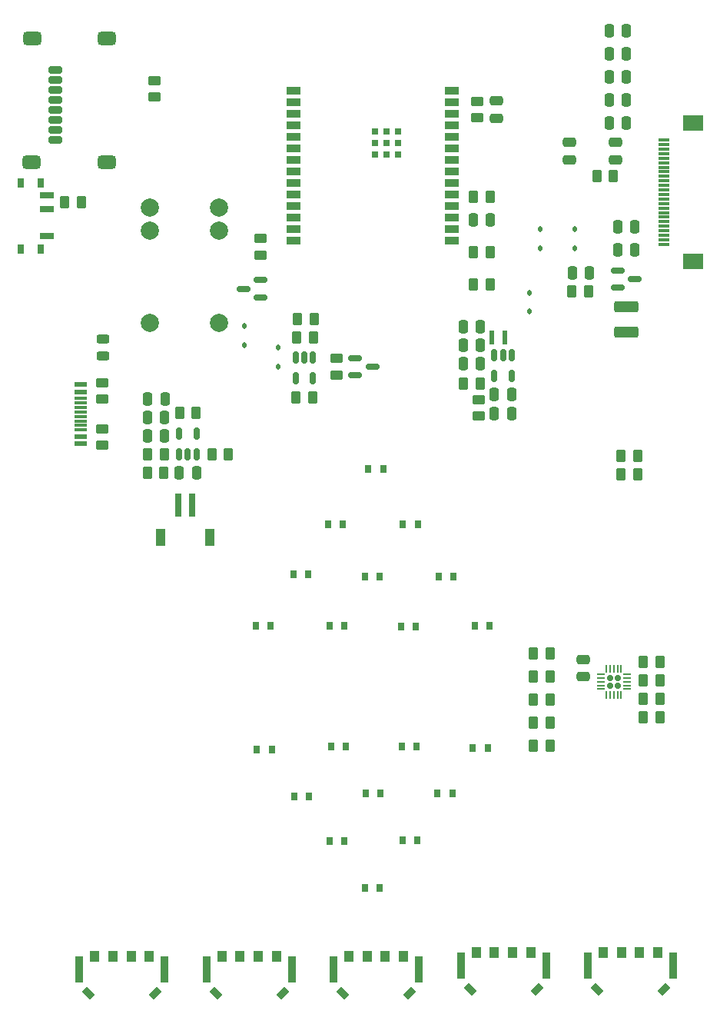
<source format=gbr>
%TF.GenerationSoftware,KiCad,Pcbnew,7.99.0-3134-gf47cc39208*%
%TF.CreationDate,2023-10-18T21:54:17+01:00*%
%TF.ProjectId,hh2024,68683230-3234-42e6-9b69-6361645f7063,rev?*%
%TF.SameCoordinates,Original*%
%TF.FileFunction,Paste,Bot*%
%TF.FilePolarity,Positive*%
%FSLAX46Y46*%
G04 Gerber Fmt 4.6, Leading zero omitted, Abs format (unit mm)*
G04 Created by KiCad (PCBNEW 7.99.0-3134-gf47cc39208) date 2023-10-18 21:54:17*
%MOMM*%
%LPD*%
G01*
G04 APERTURE LIST*
G04 Aperture macros list*
%AMRoundRect*
0 Rectangle with rounded corners*
0 $1 Rounding radius*
0 $2 $3 $4 $5 $6 $7 $8 $9 X,Y pos of 4 corners*
0 Add a 4 corners polygon primitive as box body*
4,1,4,$2,$3,$4,$5,$6,$7,$8,$9,$2,$3,0*
0 Add four circle primitives for the rounded corners*
1,1,$1+$1,$2,$3*
1,1,$1+$1,$4,$5*
1,1,$1+$1,$6,$7*
1,1,$1+$1,$8,$9*
0 Add four rect primitives between the rounded corners*
20,1,$1+$1,$2,$3,$4,$5,0*
20,1,$1+$1,$4,$5,$6,$7,0*
20,1,$1+$1,$6,$7,$8,$9,0*
20,1,$1+$1,$8,$9,$2,$3,0*%
%AMRotRect*
0 Rectangle, with rotation*
0 The origin of the aperture is its center*
0 $1 length*
0 $2 width*
0 $3 Rotation angle, in degrees counterclockwise*
0 Add horizontal line*
21,1,$1,$2,0,0,$3*%
G04 Aperture macros list end*
%ADD10R,0.900000X3.000000*%
%ADD11RotRect,1.200000X0.800000X315.000000*%
%ADD12RotRect,1.200000X0.800000X45.000000*%
%ADD13R,1.000000X1.300000*%
%ADD14C,2.000000*%
%ADD15R,0.770000X0.950000*%
%ADD16RoundRect,0.250000X0.262500X0.450000X-0.262500X0.450000X-0.262500X-0.450000X0.262500X-0.450000X0*%
%ADD17RoundRect,0.112500X0.112500X-0.187500X0.112500X0.187500X-0.112500X0.187500X-0.112500X-0.187500X0*%
%ADD18RoundRect,0.250000X-0.262500X-0.450000X0.262500X-0.450000X0.262500X0.450000X-0.262500X0.450000X0*%
%ADD19RoundRect,0.250000X-0.250000X-0.475000X0.250000X-0.475000X0.250000X0.475000X-0.250000X0.475000X0*%
%ADD20R,1.500000X0.900000*%
%ADD21R,0.800000X0.800000*%
%ADD22RoundRect,0.150000X-0.587500X-0.150000X0.587500X-0.150000X0.587500X0.150000X-0.587500X0.150000X0*%
%ADD23RoundRect,0.150000X0.587500X0.150000X-0.587500X0.150000X-0.587500X-0.150000X0.587500X-0.150000X0*%
%ADD24R,0.700000X2.500000*%
%ADD25R,1.100000X1.900000*%
%ADD26RoundRect,0.250000X0.450000X-0.262500X0.450000X0.262500X-0.450000X0.262500X-0.450000X-0.262500X0*%
%ADD27RoundRect,0.250000X0.250000X0.475000X-0.250000X0.475000X-0.250000X-0.475000X0.250000X-0.475000X0*%
%ADD28RoundRect,0.150000X-0.150000X0.512500X-0.150000X-0.512500X0.150000X-0.512500X0.150000X0.512500X0*%
%ADD29RoundRect,0.250000X-0.450000X0.262500X-0.450000X-0.262500X0.450000X-0.262500X0.450000X0.262500X0*%
%ADD30RoundRect,0.112500X-0.112500X0.187500X-0.112500X-0.187500X0.112500X-0.187500X0.112500X0.187500X0*%
%ADD31R,1.450000X0.600000*%
%ADD32R,1.450000X0.300000*%
%ADD33RoundRect,0.137500X-0.137500X-0.662500X0.137500X-0.662500X0.137500X0.662500X-0.137500X0.662500X0*%
%ADD34R,1.300000X0.300000*%
%ADD35R,2.200000X1.800000*%
%ADD36RoundRect,0.250000X0.475000X-0.250000X0.475000X0.250000X-0.475000X0.250000X-0.475000X-0.250000X0*%
%ADD37RoundRect,0.150000X0.150000X-0.512500X0.150000X0.512500X-0.150000X0.512500X-0.150000X-0.512500X0*%
%ADD38RoundRect,0.250000X1.075000X-0.375000X1.075000X0.375000X-1.075000X0.375000X-1.075000X-0.375000X0*%
%ADD39RoundRect,0.250000X-0.475000X0.250000X-0.475000X-0.250000X0.475000X-0.250000X0.475000X0.250000X0*%
%ADD40R,0.800000X1.000000*%
%ADD41R,1.500000X0.700000*%
%ADD42RoundRect,0.200000X-0.550000X0.200000X-0.550000X-0.200000X0.550000X-0.200000X0.550000X0.200000X0*%
%ADD43RoundRect,0.375000X-0.625000X0.375000X-0.625000X-0.375000X0.625000X-0.375000X0.625000X0.375000X0*%
%ADD44RoundRect,0.243750X-0.456250X0.243750X-0.456250X-0.243750X0.456250X-0.243750X0.456250X0.243750X0*%
%ADD45RoundRect,0.167500X0.167500X0.167500X-0.167500X0.167500X-0.167500X-0.167500X0.167500X-0.167500X0*%
%ADD46RoundRect,0.050000X0.375000X0.050000X-0.375000X0.050000X-0.375000X-0.050000X0.375000X-0.050000X0*%
%ADD47RoundRect,0.050000X0.050000X0.375000X-0.050000X0.375000X-0.050000X-0.375000X0.050000X-0.375000X0*%
G04 APERTURE END LIST*
D10*
%TO.C,SW5*%
X155445000Y-151160500D03*
D11*
X156465000Y-153770500D03*
D12*
X163825000Y-153770500D03*
D10*
X164845000Y-151160500D03*
D13*
X157145000Y-149710500D03*
X163145000Y-149710500D03*
X159145000Y-149710500D03*
X161145000Y-149710500D03*
%TD*%
D10*
%TO.C,SW4*%
X141445000Y-151160500D03*
D11*
X142465000Y-153770500D03*
D12*
X149825000Y-153770500D03*
D10*
X150845000Y-151160500D03*
D13*
X143145000Y-149710500D03*
X149145000Y-149710500D03*
X145145000Y-149710500D03*
X147145000Y-149710500D03*
%TD*%
D10*
%TO.C,SW3*%
X127433000Y-151594000D03*
D11*
X128453000Y-154204000D03*
D12*
X135813000Y-154204000D03*
D10*
X136833000Y-151594000D03*
D13*
X129133000Y-150144000D03*
X135133000Y-150144000D03*
X131133000Y-150144000D03*
X133133000Y-150144000D03*
%TD*%
D10*
%TO.C,SW2*%
X113433000Y-151594000D03*
D11*
X114453000Y-154204000D03*
D12*
X121813000Y-154204000D03*
D10*
X122833000Y-151594000D03*
D13*
X115133000Y-150144000D03*
X121133000Y-150144000D03*
X117133000Y-150144000D03*
X119133000Y-150144000D03*
%TD*%
D10*
%TO.C,SW1*%
X99433000Y-151594000D03*
D11*
X100453000Y-154204000D03*
D12*
X107813000Y-154204000D03*
D10*
X108833000Y-151594000D03*
D13*
X101133000Y-150144000D03*
X107133000Y-150144000D03*
X103133000Y-150144000D03*
X105133000Y-150144000D03*
%TD*%
D14*
%TO.C,K1*%
X107188000Y-80391000D03*
X107188000Y-70231000D03*
X107188000Y-67691000D03*
X114808000Y-67691000D03*
X114808000Y-70231000D03*
X114808000Y-80391000D03*
%TD*%
D15*
%TO.C,D8*%
X136705000Y-102583000D03*
X135075000Y-102583000D03*
%TD*%
D16*
%TO.C,R23*%
X151280500Y-124460000D03*
X149455500Y-124460000D03*
%TD*%
D17*
%TO.C,D2*%
X149037000Y-79155000D03*
X149037000Y-77055000D03*
%TD*%
D18*
%TO.C,R7*%
X142851500Y-66548000D03*
X144676500Y-66548000D03*
%TD*%
D15*
%TO.C,D12*%
X128450000Y-102584000D03*
X126820000Y-102584000D03*
%TD*%
D19*
%TO.C,C7*%
X106949200Y-88773000D03*
X108849200Y-88773000D03*
%TD*%
%TO.C,C21*%
X157800000Y-58420000D03*
X159700000Y-58420000D03*
%TD*%
%TO.C,C16*%
X157800000Y-55880000D03*
X159700000Y-55880000D03*
%TD*%
D18*
%TO.C,R18*%
X106910500Y-96901000D03*
X108735500Y-96901000D03*
%TD*%
D19*
%TO.C,C22*%
X157800000Y-53340000D03*
X159700000Y-53340000D03*
%TD*%
D15*
%TO.C,D22*%
X118985000Y-127405000D03*
X120615000Y-127405000D03*
%TD*%
D16*
%TO.C,R27*%
X151280500Y-121920000D03*
X149455500Y-121920000D03*
%TD*%
D18*
%TO.C,R15*%
X123449900Y-79965100D03*
X125274900Y-79965100D03*
%TD*%
%TO.C,R12*%
X141733900Y-87081400D03*
X143558900Y-87081400D03*
%TD*%
D16*
%TO.C,R25*%
X151280500Y-127000000D03*
X149455500Y-127000000D03*
%TD*%
D15*
%TO.C,D9*%
X120515000Y-113795000D03*
X118885000Y-113795000D03*
%TD*%
D20*
%TO.C,U1*%
X140505000Y-54857000D03*
X140505000Y-56127000D03*
X140505000Y-57397000D03*
X140505000Y-58667000D03*
X140505000Y-59937000D03*
X140505000Y-61207000D03*
X140505000Y-62477000D03*
X140505000Y-63747000D03*
X140505000Y-65017000D03*
X140505000Y-66287000D03*
X140505000Y-67557000D03*
X140505000Y-68827000D03*
X140505000Y-70097000D03*
X140505000Y-71367000D03*
X123005000Y-71367000D03*
X123005000Y-70097000D03*
X123005000Y-68827000D03*
X123005000Y-67557000D03*
X123005000Y-66287000D03*
X123005000Y-65017000D03*
X123005000Y-63747000D03*
X123005000Y-62477000D03*
X123005000Y-61207000D03*
X123005000Y-59937000D03*
X123005000Y-58667000D03*
X123005000Y-57397000D03*
X123005000Y-56127000D03*
X123005000Y-54857000D03*
D21*
X134510000Y-61827000D03*
X134510000Y-60577000D03*
X134510000Y-59327000D03*
X133260000Y-61827000D03*
X133260000Y-60577000D03*
X133260000Y-59327000D03*
X132010000Y-61827000D03*
X132010000Y-60577000D03*
X132010000Y-59327000D03*
%TD*%
D22*
%TO.C,Q1*%
X129828000Y-86147500D03*
X129828000Y-84247500D03*
X131703000Y-85197500D03*
%TD*%
D23*
%TO.C,Q3*%
X119380000Y-75692000D03*
X119380000Y-77592000D03*
X117505000Y-76642000D03*
%TD*%
D24*
%TO.C,J5*%
X111863000Y-100457000D03*
X110363000Y-100457000D03*
D25*
X113813000Y-104057000D03*
X108413000Y-104057000D03*
%TD*%
D26*
%TO.C,R8*%
X119380000Y-72945000D03*
X119380000Y-71120000D03*
%TD*%
D27*
%TO.C,C13*%
X108839000Y-92855750D03*
X106939000Y-92855750D03*
%TD*%
D18*
%TO.C,R20*%
X123399100Y-82022500D03*
X125224100Y-82022500D03*
%TD*%
D26*
%TO.C,R6*%
X143256000Y-57808500D03*
X143256000Y-55983500D03*
%TD*%
D27*
%TO.C,C5*%
X147048400Y-88267900D03*
X145148400Y-88267900D03*
%TD*%
D28*
%TO.C,U2*%
X145148400Y-83955400D03*
X146098400Y-83955400D03*
X147048400Y-83955400D03*
X147048400Y-86230400D03*
X145148400Y-86230400D03*
%TD*%
D27*
%TO.C,C10*%
X143596400Y-82890400D03*
X141696400Y-82890400D03*
%TD*%
D18*
%TO.C,R22*%
X156440500Y-64262000D03*
X158265500Y-64262000D03*
%TD*%
D15*
%TO.C,D17*%
X142785000Y-127255000D03*
X144415000Y-127255000D03*
%TD*%
D29*
%TO.C,R16*%
X127766000Y-84285000D03*
X127766000Y-86110000D03*
%TD*%
D18*
%TO.C,R19*%
X106976500Y-94887750D03*
X108801500Y-94887750D03*
%TD*%
D17*
%TO.C,D3*%
X150180000Y-72170000D03*
X150180000Y-70070000D03*
%TD*%
D16*
%TO.C,R30*%
X163390500Y-117738000D03*
X161565500Y-117738000D03*
%TD*%
D15*
%TO.C,D15*%
X130885000Y-142605000D03*
X132515000Y-142605000D03*
%TD*%
D16*
%TO.C,R29*%
X163390500Y-119770000D03*
X161565500Y-119770000D03*
%TD*%
D15*
%TO.C,D20*%
X134935000Y-127055000D03*
X136565000Y-127055000D03*
%TD*%
D16*
%TO.C,R28*%
X163390500Y-121802000D03*
X161565500Y-121802000D03*
%TD*%
%TO.C,R24*%
X151280500Y-116840000D03*
X149455500Y-116840000D03*
%TD*%
D15*
%TO.C,D5*%
X128615000Y-113795000D03*
X126985000Y-113795000D03*
%TD*%
D19*
%TO.C,C19*%
X158755000Y-69850000D03*
X160655000Y-69850000D03*
%TD*%
D22*
%TO.C,Q2*%
X158767500Y-76515000D03*
X158767500Y-74615000D03*
X160642500Y-75565000D03*
%TD*%
D17*
%TO.C,D1*%
X121361200Y-85225600D03*
X121361200Y-83125600D03*
%TD*%
D30*
%TO.C,D4*%
X153990000Y-70070000D03*
X153990000Y-72170000D03*
%TD*%
D16*
%TO.C,R10*%
X144676500Y-72644000D03*
X142851500Y-72644000D03*
%TD*%
%TO.C,R26*%
X151280500Y-119380000D03*
X149455500Y-119380000D03*
%TD*%
D15*
%TO.C,D14*%
X132515000Y-108345000D03*
X130885000Y-108345000D03*
%TD*%
%TO.C,D13*%
X140615000Y-108300000D03*
X138985000Y-108300000D03*
%TD*%
D31*
%TO.C,J4*%
X99535000Y-93690000D03*
X99535000Y-92890000D03*
D32*
X99535000Y-92190000D03*
X99535000Y-91190000D03*
X99535000Y-89690000D03*
X99535000Y-88690000D03*
D31*
X99535000Y-87990000D03*
X99535000Y-87190000D03*
X99535000Y-87190000D03*
X99535000Y-87990000D03*
D32*
X99535000Y-89190000D03*
X99535000Y-90190000D03*
X99535000Y-90690000D03*
X99535000Y-91690000D03*
D31*
X99535000Y-92890000D03*
X99535000Y-93690000D03*
%TD*%
D26*
%TO.C,R4*%
X101900000Y-92067500D03*
X101900000Y-93892500D03*
%TD*%
D33*
%TO.C,L1*%
X144842400Y-82001400D03*
X146292400Y-82001400D03*
%TD*%
D34*
%TO.C,J6*%
X163800000Y-60250000D03*
X163800000Y-60750000D03*
X163800000Y-61250000D03*
X163800000Y-61750000D03*
X163800000Y-62250000D03*
X163800000Y-62750000D03*
X163800000Y-63250000D03*
X163800000Y-63750000D03*
X163800000Y-64250000D03*
X163800000Y-64750000D03*
X163800000Y-65250000D03*
X163800000Y-65750000D03*
X163800000Y-66250000D03*
X163800000Y-66750000D03*
X163800000Y-67250000D03*
X163800000Y-67750000D03*
X163800000Y-68250000D03*
X163800000Y-68750000D03*
X163800000Y-69250000D03*
X163800000Y-69750000D03*
X163800000Y-70250000D03*
X163800000Y-70750000D03*
X163800000Y-71250000D03*
X163800000Y-71750000D03*
D35*
X167050000Y-58350000D03*
X167050000Y-73650000D03*
%TD*%
D36*
%TO.C,C2*%
X154900000Y-119350000D03*
X154900000Y-117450000D03*
%TD*%
D18*
%TO.C,R13*%
X110466500Y-90297000D03*
X112291500Y-90297000D03*
%TD*%
D15*
%TO.C,D16*%
X138885000Y-132225000D03*
X140515000Y-132225000D03*
%TD*%
D37*
%TO.C,U3*%
X112329000Y-94858000D03*
X111379000Y-94858000D03*
X110429000Y-94858000D03*
X110429000Y-92583000D03*
X112329000Y-92583000D03*
%TD*%
D16*
%TO.C,R43*%
X163390500Y-123834000D03*
X161565500Y-123834000D03*
%TD*%
D19*
%TO.C,C18*%
X158755000Y-72390000D03*
X160655000Y-72390000D03*
%TD*%
D15*
%TO.C,D10*%
X136465000Y-113845000D03*
X134835000Y-113845000D03*
%TD*%
D27*
%TO.C,C11*%
X143596400Y-80858400D03*
X141696400Y-80858400D03*
%TD*%
D36*
%TO.C,C1*%
X145338800Y-57846000D03*
X145338800Y-55946000D03*
%TD*%
D18*
%TO.C,R14*%
X114022500Y-94869000D03*
X115847500Y-94869000D03*
%TD*%
D15*
%TO.C,D24*%
X123085000Y-132555000D03*
X124715000Y-132555000D03*
%TD*%
%TO.C,D23*%
X126985000Y-137455000D03*
X128615000Y-137455000D03*
%TD*%
D19*
%TO.C,C8*%
X141696400Y-84922400D03*
X143596400Y-84922400D03*
%TD*%
D38*
%TO.C,L2*%
X159705000Y-81410000D03*
X159705000Y-78610000D03*
%TD*%
D18*
%TO.C,R3*%
X159087500Y-95000000D03*
X160912500Y-95000000D03*
%TD*%
%TO.C,R21*%
X153707500Y-76962000D03*
X155532500Y-76962000D03*
%TD*%
D36*
%TO.C,C20*%
X158496000Y-62418000D03*
X158496000Y-60518000D03*
%TD*%
D15*
%TO.C,D21*%
X127135000Y-127055000D03*
X128765000Y-127055000D03*
%TD*%
D17*
%TO.C,D25*%
X117602000Y-82838000D03*
X117602000Y-80738000D03*
%TD*%
D16*
%TO.C,R9*%
X144676500Y-76200000D03*
X142851500Y-76200000D03*
%TD*%
D19*
%TO.C,C23*%
X157800000Y-48260000D03*
X159700000Y-48260000D03*
%TD*%
D27*
%TO.C,C4*%
X144714000Y-69088000D03*
X142814000Y-69088000D03*
%TD*%
D19*
%TO.C,C9*%
X106939000Y-90805000D03*
X108839000Y-90805000D03*
%TD*%
D15*
%TO.C,D18*%
X130985000Y-132225000D03*
X132615000Y-132225000D03*
%TD*%
%TO.C,D6*%
X144632000Y-113792000D03*
X143002000Y-113792000D03*
%TD*%
D27*
%TO.C,C15*%
X159700000Y-50800000D03*
X157800000Y-50800000D03*
%TD*%
D16*
%TO.C,R31*%
X99630500Y-67076000D03*
X97805500Y-67076000D03*
%TD*%
D27*
%TO.C,C6*%
X147048400Y-90426900D03*
X145148400Y-90426900D03*
%TD*%
D18*
%TO.C,R2*%
X159087500Y-97032000D03*
X160912500Y-97032000D03*
%TD*%
D39*
%TO.C,C17*%
X153416000Y-60518000D03*
X153416000Y-62418000D03*
%TD*%
D19*
%TO.C,C12*%
X110429000Y-96901000D03*
X112329000Y-96901000D03*
%TD*%
D40*
%TO.C,SW6*%
X92970000Y-72250000D03*
X95180000Y-72250000D03*
X92970000Y-64950000D03*
X95180000Y-64950000D03*
D41*
X95830000Y-70850000D03*
X95830000Y-67850000D03*
X95830000Y-66350000D03*
%TD*%
D29*
%TO.C,R11*%
X143408400Y-88835900D03*
X143408400Y-90660900D03*
%TD*%
D26*
%TO.C,R1*%
X107696000Y-55522500D03*
X107696000Y-53697500D03*
%TD*%
D42*
%TO.C,J3*%
X96789000Y-52530000D03*
X96789000Y-53630000D03*
X96789000Y-54730000D03*
X96789000Y-55830000D03*
X96789000Y-56930000D03*
X96789000Y-58030000D03*
X96789000Y-59130000D03*
X96789000Y-60230000D03*
D43*
X94189000Y-62680000D03*
X102489000Y-62680000D03*
X94239000Y-49080000D03*
X102489000Y-49080000D03*
%TD*%
D18*
%TO.C,R17*%
X123272100Y-88626500D03*
X125097100Y-88626500D03*
%TD*%
D44*
%TO.C,F1*%
X102000000Y-84037500D03*
X102000000Y-82162500D03*
%TD*%
D15*
%TO.C,D7*%
X132895000Y-96488000D03*
X131265000Y-96488000D03*
%TD*%
D19*
%TO.C,C14*%
X153736000Y-74930000D03*
X155636000Y-74930000D03*
%TD*%
D15*
%TO.C,D11*%
X124640000Y-108045000D03*
X123010000Y-108045000D03*
%TD*%
D29*
%TO.C,R5*%
X101900000Y-88812500D03*
X101900000Y-86987500D03*
%TD*%
D45*
%TO.C,U5*%
X157906000Y-119516000D03*
X157906000Y-120336000D03*
X158726000Y-119516000D03*
X158726000Y-120336000D03*
D46*
X156866000Y-120726000D03*
X156866000Y-120326000D03*
X156866000Y-119926000D03*
X156866000Y-119526000D03*
X156866000Y-119126000D03*
D47*
X157516000Y-118476000D03*
X157916000Y-118476000D03*
X158316000Y-118476000D03*
X158716000Y-118476000D03*
X159116000Y-118476000D03*
D46*
X159766000Y-119126000D03*
X159766000Y-119526000D03*
X159766000Y-119926000D03*
X159766000Y-120326000D03*
X159766000Y-120726000D03*
D47*
X159116000Y-121376000D03*
X158716000Y-121376000D03*
X158316000Y-121376000D03*
X157916000Y-121376000D03*
X157516000Y-121376000D03*
%TD*%
D15*
%TO.C,D19*%
X135035000Y-137355000D03*
X136665000Y-137355000D03*
%TD*%
D28*
%TO.C,U4*%
X123234600Y-84187000D03*
X124184600Y-84187000D03*
X125134600Y-84187000D03*
X125134600Y-86462000D03*
X123234600Y-86462000D03*
%TD*%
M02*

</source>
